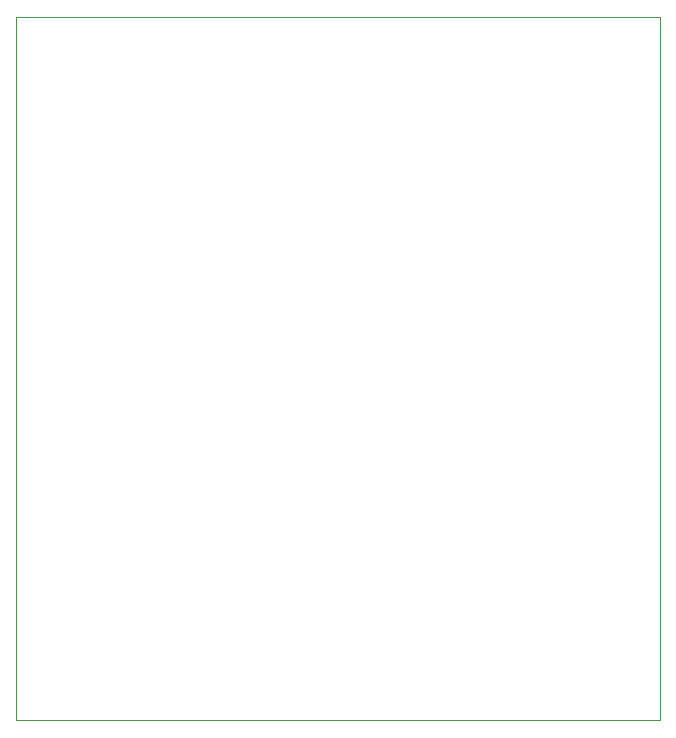
<source format=gbr>
%TF.GenerationSoftware,KiCad,Pcbnew,9.0.4*%
%TF.CreationDate,2026-01-27T05:13:48+01:00*%
%TF.ProjectId,weather station,77656174-6865-4722-9073-746174696f6e,rev?*%
%TF.SameCoordinates,Original*%
%TF.FileFunction,Profile,NP*%
%FSLAX46Y46*%
G04 Gerber Fmt 4.6, Leading zero omitted, Abs format (unit mm)*
G04 Created by KiCad (PCBNEW 9.0.4) date 2026-01-27 05:13:48*
%MOMM*%
%LPD*%
G01*
G04 APERTURE LIST*
%TA.AperFunction,Profile*%
%ADD10C,0.050000*%
%TD*%
G04 APERTURE END LIST*
D10*
X55500000Y-22500000D02*
X110000000Y-22500000D01*
X110000000Y-82000000D01*
X55500000Y-82000000D01*
X55500000Y-22500000D01*
M02*

</source>
